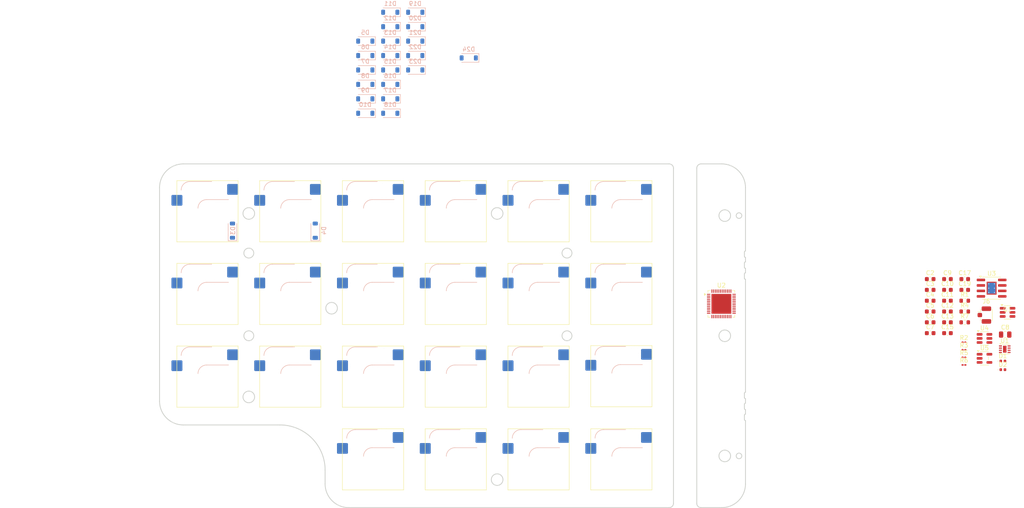
<source format=kicad_pcb>
(kicad_pcb (version 20241229) (generator "pcbnew") (generator_version "9.0")
  (layers (0 "F.Cu" signal) (4 "In1.Cu" signal) (6 "In2.Cu" signal) (2 "B.Cu" signal) (13 "F.Paste" user) (15 "B.Paste" user) (5 "F.SilkS" user "F.Silkscreen") (7 "B.SilkS" user "B.Silkscreen") (1 "F.Mask" user) (3 "B.Mask" user) (25 "Edge.Cuts" user))
  (net 0 "")
  (net 1 "Net-(U2-DEC4)")
  (net 2 "GND")
  (net 3 "Net-(U2-DEC3)")
  (net 4 "Net-(U2-DEC2)")
  (net 5 "Net-(U2-DEC1)")
  (net 6 "Net-(U2-P0.00{slash}XL1)")
  (net 7 "Net-(J1-Pin_2)")
  (net 8 "Net-(U4-CS)")
  (net 9 "+VBAT")
  (net 10 "VDD")
  (net 11 "Net-(U2-P0.01{slash}XL2)")
  (net 12 "Net-(U2-ANT)")
  (net 13 "Net-(U2-XC1)")
  (net 14 "Net-(U2-XC2)")
  (net 15 "+5V")
  (net 16 "Net-(D1-K)")
  (net 17 "Net-(D2-K)")
  (net 18 "/keyboard_pad_left/ROW1")
  (net 19 "Net-(D3-A)")
  (net 20 "Net-(D4-A)")
  (net 21 "/keyboard_pad_left/ROW2")
  (net 22 "Net-(D5-A)")
  (net 23 "Net-(D6-A)")
  (net 24 "Net-(D7-A)")
  (net 25 "Net-(D8-A)")
  (net 26 "Net-(D9-A)")
  (net 27 "Net-(D10-A)")
  (net 28 "Net-(D11-A)")
  (net 29 "Net-(D12-A)")
  (net 30 "/keyboard_pad_left/ROW3")
  (net 31 "Net-(D13-A)")
  (net 32 "Net-(D14-A)")
  (net 33 "Net-(D15-A)")
  (net 34 "Net-(D16-A)")
  (net 35 "Net-(D17-A)")
  (net 36 "Net-(D18-A)")
  (net 37 "/keyboard_pad_left/ROW4")
  (net 38 "Net-(D19-A)")
  (net 39 "Net-(D20-A)")
  (net 40 "Net-(D21-A)")
  (net 41 "Net-(D22-A)")
  (net 42 "Net-(D23-A)")
  (net 43 "Net-(D24-A)")
  (net 44 "Net-(J6-In)")
  (net 45 "Net-(Q1-PadS1)")
  (net 46 "Net-(U4-OD)")
  (net 47 "Net-(Q1-PadD1{slash}D2)")
  (net 48 "Net-(U4-OC)")
  (net 49 "Net-(U3-PROG)")
  (net 50 "Net-(U3-CHRG)")
  (net 51 "/ALRT_BAT")
  (net 52 "Net-(U3-STDBY)")
  (net 53 "Net-(U4-VCC)")
  (net 54 "Net-(U5-CE)")
  (net 55 "/keyboard_pad_left/COL1")
  (net 56 "/keyboard_pad_left/COL2")
  (net 57 "/keyboard_pad_left/COL3")
  (net 58 "/keyboard_pad_left/COL4")
  (net 59 "/keyboard_pad_left/COL5")
  (net 60 "/keyboard_pad_left/COL6")
  (net 61 "/SCL")
  (net 62 "/SDA")
  (net 63 "/P0.4_COL3")
  (net 64 "/P0.8_ROW1")
  (net 70 "/P0.6_COL5")
  (net 71 "/P0.10_ROW3")
  (net 72 "/P0.7_COL6")
  (net 74 "/P0.2_COL1")
  (net 75 "/RESET")
  (net 76 "/P0.11_ROW4")
  (net 77 "/SWDIO")
  (net 78 "Net-(U2-DCC)")
  (net 85 "/P0.5_COL4")
  (net 94 "/P0.3_COL2")
  (net 95 "/P0.9_ROW2")
  (net 96 "/SWDCLK")
  (footprint "Capacitor_SMD:C_0603_1608Metric" (layer "F.Cu") (at 225.65 65.75)
    (property "Reference" "C17" (at 0 -1.43 0) (layer "F.SilkS"))
    (property "Value" "12pF")
    (pad "1" smd roundrect (at -0.775 0) (size 0.9 0.95) (layers "F.Cu" "F.Mask" "F.Paste") (net 13 "Net-(U2-XC1)"))
    (pad "2" smd roundrect (at 0.775 0) (size 0.9 0.95) (layers "F.Cu" "F.Mask" "F.Paste") (net 2 "GND"))
  )
  (footprint "Package_TO_SOT_SMD:SOT-23-5" (layer "F.Cu") (at 230.23 84.15)
    (property "Reference" "U5" (at 0 -2.4 0) (layer "F.SilkS"))
    (property "Value" "XC6220B331MR")
    (pad "1" smd roundrect (at -1.1375 -0.95) (size 1.325 0.6) (layers "F.Cu" "F.Mask" "F.Paste") (net 9 "+VBAT"))
    (pad "2" smd roundrect (at -1.1375 0) (size 1.325 0.6) (layers "F.Cu" "F.Mask" "F.Paste") (net 2 "GND"))
    (pad "3" smd roundrect (at -1.1375 0.95) (size 1.325 0.6) (layers "F.Cu" "F.Mask" "F.Paste") (net 54 "Net-(U5-CE)"))
    (pad "4" smd roundrect (at 1.1375 0.95) (size 1.325 0.6) (layers "F.Cu" "F.Mask" "F.Paste"))
    (pad "5" smd roundrect (at 1.1375 -0.95) (size 1.325 0.6) (layers "F.Cu" "F.Mask" "F.Paste") (net 10 "VDD"))
  )
  (footprint "Package_SO:SOIC-8-1EP_3.9x4.9mm_P1.27mm_EP2.29x3mm_ThermalVias" (layer "F.Cu") (at 231.88 67.855)
    (property "Reference" "U3" (at 0 -3.4 0) (layer "F.SilkS"))
    (property "Value" "TP4056")
    (pad "1" smd roundrect (at -2.475 -1.905) (size 1.95 0.6) (layers "F.Cu" "F.Mask" "F.Paste") (net 2 "GND"))
    (pad "2" smd roundrect (at -2.475 -0.635) (size 1.95 0.6) (layers "F.Cu" "F.Mask" "F.Paste") (net 49 "Net-(U3-PROG)"))
    (pad "3" smd roundrect (at -2.475 0.635) (size 1.95 0.6) (layers "F.Cu" "F.Mask" "F.Paste") (net 2 "GND"))
    (pad "4" smd roundrect (at -2.475 1.905) (size 1.95 0.6) (layers "F.Cu" "F.Mask" "F.Paste") (net 15 "+5V"))
    (pad "5" smd roundrect (at 2.475 1.905) (size 1.95 0.6) (layers "F.Cu" "F.Mask" "F.Paste") (net 9 "+VBAT"))
    (pad "6" smd roundrect (at 2.475 0.635) (size 1.95 0.6) (layers "F.Cu" "F.Mask" "F.Paste") (net 52 "Net-(U3-STDBY)"))
    (pad "7" smd roundrect (at 2.475 -0.635) (size 1.95 0.6) (layers "F.Cu" "F.Mask" "F.Paste") (net 50 "Net-(U3-CHRG)"))
    (pad "8" smd roundrect (at 2.475 -1.905) (size 1.95 0.6) (layers "F.Cu" "F.Mask" "F.Paste") (net 15 "+5V"))
    (pad "9" thru_hole circle (at -0.65 -1) (size 0.5 0.5) (drill 0.2) (property pad_prop_heatsink) (layers "*.Cu") (net 2 "GND"))
    (pad "9" thru_hole circle (at -0.65 0) (size 0.5 0.5) (drill 0.2) (property pad_prop_heatsink) (layers "*.Cu") (net 2 "GND"))
    (pad "9" thru_hole circle (at -0.65 1) (size 0.5 0.5) (drill 0.2) (property pad_prop_heatsink) (layers "*.Cu") (net 2 "GND"))
    (pad "9" smd rect (at 0 0) (size 1.8 2.5) (property pad_prop_heatsink) (layers "B.Cu") (net 2 "GND"))
    (pad "9" smd rect (at 0 0) (size 2.29 3) (property pad_prop_heatsink) (layers "F.Cu" "F.Mask") (net 2 "GND"))
    (pad "9" thru_hole circle (at 0.65 -1) (size 0.5 0.5) (drill 0.2) (property pad_prop_heatsink) (layers "*.Cu") (net 2 "GND"))
    (pad "9" thru_hole circle (at 0.65 0) (size 0.5 0.5) (drill 0.2) (property pad_prop_heatsink) (layers "*.Cu") (net 2 "GND"))
    (pad "9" thru_hole circle (at 0.65 1) (size 0.5 0.5) (drill 0.2) (property pad_prop_heatsink) (layers "*.Cu") (net 2 "GND"))
  )
  (footprint "Capacitor_SMD:C_0603_1608Metric" (layer "F.Cu") (at 217.63 68.26)
    (property "Reference" "C3" (at 0 -1.43 0) (layer "F.SilkS"))
    (property "Value" "100pF")
    (pad "1" smd roundrect (at -0.775 0) (size 0.9 0.95) (layers "F.Cu" "F.Mask" "F.Paste") (net 3 "Net-(U2-DEC3)"))
    (pad "2" smd roundrect (at 0.775 0) (size 0.9 0.95) (layers "F.Cu" "F.Mask" "F.Paste") (net 2 "GND"))
  )
  (footprint "Capacitor_SMD:C_0603_1608Metric" (layer "F.Cu") (at 221.64 75.79)
    (property "Reference" "C13" (at 0 -1.43 0) (layer "F.SilkS"))
    (property "Value" "12pF")
    (pad "1" smd roundrect (at -0.775 0) (size 0.9 0.95) (layers "F.Cu" "F.Mask" "F.Paste") (net 11 "Net-(U2-P0.01{slash}XL2)"))
    (pad "2" smd roundrect (at 0.775 0) (size 0.9 0.95) (layers "F.Cu" "F.Mask" "F.Paste") (net 2 "GND"))
  )
  (footprint "Diode_SMD:D_0402_1005Metric" (layer "F.Cu") (at 234.495 86.78)
    (property "Reference" "D2" (at 0 -1.17 0) (layer "F.SilkS"))
    (property "Value" "GRN")
    (pad "1" smd roundrect (at -0.485 0) (size 0.59 0.64) (layers "F.Cu" "F.Mask" "F.Paste") (net 17 "Net-(D2-K)"))
    (pad "2" smd roundrect (at 0.485 0) (size 0.59 0.64) (layers "F.Cu" "F.Mask" "F.Paste") (net 15 "+5V"))
  )
  (footprint "Resistor_SMD:R_0201_0603Metric" (layer "F.Cu") (at 225.47 85.68)
    (property "Reference" "R6" (at 0 -1.05 0) (layer "F.SilkS"))
    (property "Value" "1K2")
    (pad "1" smd roundrect (at -0.32 0) (size 0.46 0.4) (layers "F.Cu" "F.Mask") (net 53 "Net-(U4-VCC)"))
    (pad "2" smd roundrect (at 0.32 0) (size 0.46 0.4) (layers "F.Cu" "F.Mask") (net 45 "Net-(Q1-PadS1)"))
  )
  (footprint "footprint_library_etsee101:MX_Switch_Hot_Swappable" (layer "F.Cu") (at 88.4 50)
    (property "Reference" "SW3" (hide yes))
    (property "Value" "~" (hide yes))
    (pad "" np_thru_hole circle (at -5.08 0) (size 1.75 1.75) (drill 1.75) (layers "*.Cu" "*.Mask"))
    (pad "" np_thru_hole circle (at -3.81 -2.54) (size 3.05 3.05) (drill 3.05) (layers "*.Cu" "*.Mask"))
    (pad "" np_thru_hole circle (at 0 0) (size 4 4) (drill 4) (layers "*.Cu" "*.Mask"))
    (pad "" np_thru_hole circle (at 2.54 -5.08) (size 3.05 3.05) (drill 3.05) (layers "*.Cu" "*.Mask"))
    (pad "" np_thru_hole circle (at 5.08 0) (size 1.75 1.75) (drill 1.75) (layers "*.Cu" "*.Mask"))
    (pad "1" smd roundrect (at -7.085 -2.54) (size 2.55 2.5) (layers "B.Cu" "B.Mask" "B.Paste") (roundrect_rratio 0.1) (net 57 "/keyboard_pad_left/COL3"))
    (pad "2" smd roundrect (at 5.842 -5.08) (size 2.55 2.5) (layers "B.Cu" "B.Mask" "B.Paste") (roundrect_rratio 0.1) (net 23 "Net-(D6-A)"))
  )
  (footprint "Capacitor_SMD:C_0603_1608Metric" (layer "F.Cu") (at 217.63 70.77)
    (property "Reference" "C4" (at 0 -1.43 0) (layer "F.SilkS"))
    (property "Value" "100pF")
    (pad "1" smd roundrect (at -0.775 0) (size 0.9 0.95) (layers "F.Cu" "F.Mask" "F.Paste") (net 4 "Net-(U2-DEC2)"))
    (pad "2" smd roundrect (at 0.775 0) (size 0.9 0.95) (layers "F.Cu" "F.Mask" "F.Paste") (net 2 "GND"))
  )
  (footprint "Resistor_SMD:R_0201_0603Metric" (layer "F.Cu") (at 225.47 83.93)
    (property "Reference" "R5" (at 0 -1.05 0) (layer "F.SilkS"))
    (property "Value" "1K2")
    (pad "1" smd roundrect (at -0.32 0) (size 0.46 0.4) (layers "F.Cu" "F.Mask") (net 17 "Net-(D2-K)"))
    (pad "2" smd roundrect (at 0.32 0) (size 0.46 0.4) (layers "F.Cu" "F.Mask") (net 52 "Net-(U3-STDBY)"))
  )
  (footprint "Capacitor_SMD:C_0603_1608Metric" (layer "F.Cu") (at 221.64 68.26)
    (property "Reference" "C10" (at 0 -1.43 0) (layer "F.SilkS"))
    (property "Value" "10n")
    (pad "1" smd roundrect (at -0.775 0) (size 0.9 0.95) (layers "F.Cu" "F.Mask" "F.Paste") (net 9 "+VBAT"))
    (pad "2" smd roundrect (at 0.775 0) (size 0.9 0.95) (layers "F.Cu" "F.Mask" "F.Paste") (net 2 "GND"))
  )
  (footprint "Package_DFN_QFN:QFN-48-1EP_6x6mm_P0.4mm_EP4.6x4.6mm" (layer "F.Cu") (at 169.2 71.5)
    (property "Reference" "U2" (at 0 -4.3 0) (layer "F.SilkS"))
    (property "Value" "nRF52832-QFxx")
    (pad "1" smd roundrect (at -2.95 -2.2) (size 0.8 0.2) (layers "F.Cu" "F.Mask" "F.Paste") (net 5 "Net-(U2-DEC1)"))
    (pad "2" smd roundrect (at -2.95 -1.8) (size 0.8 0.2) (layers "F.Cu" "F.Mask" "F.Paste") (net 6 "Net-(U2-P0.00{slash}XL1)"))
    (pad "3" smd roundrect (at -2.95 -1.4) (size 0.8 0.2) (layers "F.Cu" "F.Mask" "F.Paste") (net 11 "Net-(U2-P0.01{slash}XL2)"))
    (pad "4" smd roundrect (at -2.95 -1) (size 0.8 0.2) (layers "F.Cu" "F.Mask" "F.Paste") (net 74 "/P0.2_COL1"))
    (pad "5" smd roundrect (at -2.95 -0.6) (size 0.8 0.2) (layers "F.Cu" "F.Mask" "F.Paste") (net 94 "/P0.3_COL2"))
    (pad "6" smd roundrect (at -2.95 -0.2) (size 0.8 0.2) (layers "F.Cu" "F.Mask" "F.Paste") (net 63 "/P0.4_COL3"))
    (pad "7" smd roundrect (at -2.95 0.2) (size 0.8 0.2) (layers "F.Cu" "F.Mask" "F.Paste") (net 85 "/P0.5_COL4"))
    (pad "8" smd roundrect (at -2.95 0.6) (size 0.8 0.2) (layers "F.Cu" "F.Mask" "F.Paste") (net 70 "/P0.6_COL5"))
    (pad "9" smd roundrect (at -2.95 1) (size 0.8 0.2) (layers "F.Cu" "F.Mask" "F.Paste") (net 72 "/P0.7_COL6"))
    (pad "10" smd roundrect (at -2.95 1.4) (size 0.8 0.2) (layers "F.Cu" "F.Mask" "F.Paste") (net 64 "/P0.8_ROW1"))
    (pad "11" smd roundrect (at -2.95 1.8) (size 0.8 0.2) (layers "F.Cu" "F.Mask" "F.Paste") (net 95 "/P0.9_ROW2"))
    (pad "12" smd roundrect (at -2.95 2.2) (size 0.8 0.2) (layers "F.Cu" "F.Mask" "F.Paste") (net 71 "/P0.10_ROW3"))
    (pad "13" smd roundrect (at -2.2 2.95) (size 0.2 0.8) (layers "F.Cu" "F.Mask" "F.Paste") (net 10 "VDD"))
    (pad "14" smd roundrect (at -1.8 2.95) (size 0.2 0.8) (layers "F.Cu" "F.Mask" "F.Paste") (net 76 "/P0.11_ROW4"))
    (pad "15" smd roundrect (at -1.4 2.95) (size 0.2 0.8) (layers "F.Cu" "F.Mask" "F.Paste"))
    (pad "16" smd roundrect (at -1 2.95) (size 0.2 0.8) (layers "F.Cu" "F.Mask" "F.Paste"))
    (pad "17" smd roundrect (at -0.6 2.95) (size 0.2 0.8) (layers "F.Cu" "F.Mask" "F.Paste"))
    (pad "18" smd roundrect (at -0.2 2.95) (size 0.2 0.8) (layers "F.Cu" "F.Mask" "F.Paste"))
    (pad "19" smd roundrect (at 0.2 2.95) (size 0.2 0.8) (layers "F.Cu" "F.Mask" "F.Paste"))
    (pad "20" smd roundrect (at 0.6 2.95) (size 0.2 0.8) (layers "F.Cu" "F.Mask" "F.Paste"))
    (pad "21" smd roundrect (at 1 2.95) (size 0.2 0.8) (layers "F.Cu" "F.Mask" "F.Paste"))
    (pad "22" smd roundrect (at 1.4 2.95) (size 0.2 0.8) (layers "F.Cu" "F.Mask" "F.Paste"))
    (pad "23" smd roundrect (at 1.8 2.95) (size 0.2 0.8) (layers "F.Cu" "F.Mask" "F.Paste"))
    (pad "24" smd roundrect (at 2.2 2.95) (size 0.2 0.8) (layers "F.Cu" "F.Mask" "F.Paste") (net 75 "/RESET"))
    (pad "25" smd roundrect (at 2.95 2.2) (size 0.8 0.2) (layers "F.Cu" "F.Mask" "F.Paste") (net 96 "/SWDCLK"))
    (pad "26" smd roundrect (at 2.95 1.8) (size 0.8 0.2) (layers "F.Cu" "F.Mask" "F.Paste") (net 77 "/SWDIO"))
    (pad "27" smd roundrect (at 2.95 1.4) (size 0.8 0.2) (layers "F.Cu" "F.Mask" "F.Paste"))
    (pad "28" smd roundrect (at 2.95 1) (size 0.8 0.2) (layers "F.Cu" "F.Mask" "F.Paste"))
    (pad "29" smd roundrect (at 2.95 0.6) (size 0.8 0.2) (layers "F.Cu" "F.Mask" "F.Paste"))
    (pad "30" smd roundrect (at 2.95 0.2) (size 0.8 0.2) (layers "F.Cu" "F.Mask" "F.Paste") (net 12 "Net-(U2-ANT)"))
    (pad "31" smd roundrect (at 2.95 -0.2) (size 0.8 0.2) (layers "F.Cu" "F.Mask" "F.Paste") (net 2 "GND"))
    (pad "32" smd roundrect (at 2.95 -0.6) (size 0.8 0.2) (layers "F.Cu" "F.Mask" "F.Paste") (net 4 "Net-(U2-DEC2)"))
    (pad "33" smd roundrect (at 2.95 -1) (size 0.8 0.2) (layers "F.Cu" "F.Mask" "F.Paste") (net 3 "Net-(U2-DEC3)"))
    (pad "34" smd roundrect (at 2.95 -1.4) (size 0.8 0.2) (layers "F.Cu" "F.Mask" "F.Paste") (net 13 "Net-(U2-XC1)"))
    (pad "35" smd roundrect (at 2.95 -1.8) (size 0.8 0.2) (layers "F.Cu" "F.Mask" "F.Paste") (net 14 "Net-(U2-XC2)"))
    (pad "36" smd roundrect (at 2.95 -2.2) (size 0.8 0.2) (layers "F.Cu" "F.Mask" "F.Paste") (net 10 "VDD"))
    (pad "37" smd roundrect (at 2.2 -2.95) (size 0.2 0.8) (layers "F.Cu" "F.Mask" "F.Paste"))
    (pad "38" smd roundrect (at 1.8 -2.95) (size 0.2 0.8) (layers "F.Cu" "F.Mask" "F.Paste"))
    (pad "39" smd roundrect (at 1.4 -2.95) (size 0.2 0.8) (layers "F.Cu" "F.Mask" "F.Paste"))
    (pad "40" smd roundrect (at 1 -2.95) (size 0.2 0.8) (layers "F.Cu" "F.Mask" "F.Paste"))
    (pad "41" smd roundrect (at 0.6 -2.95) (size 0.2 0.8) (layers "F.Cu" "F.Mask" "F.Paste"))
    (pad "42" smd roundrect (at 0.2 -2.95) (size 0.2 0.8) (layers "F.Cu" "F.Mask" "F.Paste"))
    (pad "43" smd roundrect (at -0.2 -2.95) (size 0.2 0.8) (layers "F.Cu" "F.Mask" "F.Paste"))
    (pad "44" smd roundrect (at -0.6 -2.95) (size 0.2 0.8) (layers "F.Cu" "F.Mask" "F.Paste"))
    (pad "45" smd roundrect (at -1 -2.95) (size 0.2 0.8) (layers "F.Cu" "F.Mask" "F.Paste") (net 2 "GND"))
    (pad "46" smd roundrect (at -1.4 -2.95) (size 0.2 0.8) (layers "F.Cu" "F.Mask" "F.Paste") (net 1 "Net-(U2-DEC4)"))
    (pad "47" smd roundrect (at -1.8 -2.95) (size 0.2 0.8) (layers "F.Cu" "F.Mask" "F.Paste") (net 78 "Net-(U2-DCC)"))
    (pad "48" smd roundrect (at -2.2 -2.95) (size 0.2 0.8) (layers "F.Cu" "F.Mask" "F.Paste") (net 10 "VDD"))
    (pad "49" smd rect (at 0 0) (size 4.6 4.6) (property pad_prop_heatsink) (layers "F.Cu" "F.Mask") (net 2 "GND"))
  )
  (footprint "footprint_library_etsee101:MX_Switch_Hot_Swappable" (layer "F.Cu") (at 69.2 50)
    (property "Reference" "SW2" (hide yes))
    (property "Value" "~" (hide yes))
    (pad "" np_thru_hole circle (at -5.08 0) (size 1.75 1.75) (drill 1.75) (layers "*.Cu" "*.Mask"))
    (pad "" np_thru_hole circle (at -3.81 -2.54) (size 3.05 3.05) (drill 3.05) (layers "*.Cu" "*.Mask"))
    (pad "" np_thru_hole circle (at 0 0) (size 4 4) (drill 4) (layers "*.Cu" "*.Mask"))
    (pad "" np_thru_hole circle (at 2.54 -5.08) (size 3.05 3.05) (drill 3.05) (layers "*.Cu" "*.Mask"))
    (pad "" np_thru_hole circle (at 5.08 0) (size 1.75 1.75) (drill 1.75) (layers "*.Cu" "*.Mask"))
    (pad "1" smd roundrect (at -7.085 -2.54) (size 2.55 2.5) (layers "B.Cu" "B.Mask" "B.Paste") (roundrect_rratio 0.1) (net 56 "/keyboard_pad_left/COL2"))
    (pad "2" smd roundrect (at 5.842 -5.08) (size 2.55 2.5) (layers "B.Cu" "B.Mask" "B.Paste") (roundrect_rratio 0.1) (net 20 "Net-(D4-A)"))
  )
  (footprint "footprint_library_etsee101:MX_Switch_Hot_Swappable" (layer "F.Cu") (at 146 50)
    (property "Reference" "SW6" (hide yes))
    (property "Value" "~" (hide yes))
    (pad "" np_thru_hole circle (at -5.08 0) (size 1.75 1.75) (drill 1.75) (layers "*.Cu" "*.Mask"))
    (pad "" np_thru_hole circle (at -3.81 -2.54) (size 3.05 3.05) (drill 3.05) (layers "*.Cu" "*.Mask"))
    (pad "" np_thru_hole circle (at 0 0) (size 4 4) (drill 4) (layers "*.Cu" "*.Mask"))
    (pad "" np_thru_hole circle (at 2.54 -5.08) (size 3.05 3.05) (drill 3.05) (layers "*.Cu" "*.Mask"))
    (pad "" np_thru_hole circle (at 5.08 0) (size 1.75 1.75) (drill 1.75) (layers "*.Cu" "*.Mask"))
    (pad "1" smd roundrect (at -7.085 -2.54) (size 2.55 2.5) (layers "B.Cu" "B.Mask" "B.Paste") (roundrect_rratio 0.1) (net 60 "/keyboard_pad_left/COL6"))
    (pad "2" smd roundrect (at 5.842 -5.08) (size 2.55 2.5) (layers "B.Cu" "B.Mask" "B.Paste") (roundrect_rratio 0.1) (net 40 "Net-(D21-A)"))
  )
  (footprint "Capacitor_SMD:C_0603_1608Metric" (layer "F.Cu") (at 217.63 78.3)
    (property "Reference" "C7" (at 0 -1.43 0) (layer "F.SilkS"))
    (property "Value" "100n")
    (pad "1" smd roundrect (at -0.775 0) (size 0.9 0.95) (layers "F.Cu" "F.Mask" "F.Paste") (net 8 "Net-(U4-CS)"))
    (pad "2" smd roundrect (at 0.775 0) (size 0.9 0.95) (layers "F.Cu" "F.Mask" "F.Paste") (net 7 "Net-(J1-Pin_2)"))
  )
  (footprint "footprint_library_etsee101:MX_Switch_Hot_Swappable" (layer "F.Cu") (at 50 88.4)
    (property "Reference" "SW13" (hide yes))
    (property "Value" "~" (hide yes))
    (pad "" np_thru_hole circle (at -5.08 0) (size 1.75 1.75) (drill 1.75) (layers "*.Cu" "*.Mask"))
    (pad "" np_thru_hole circle (at -3.81 -2.54) (size 3.05 3.05) (drill 3.05) (layers "*.Cu" "*.Mask"))
    (pad "" np_thru_hole circle (at 0 0) (size 4 4) (drill 4) (layers "*.Cu" "*.Mask"))
    (pad "" np_thru_hole circle (at 2.54 -5.08) (size 3.05 3.05) (drill 3.05) (layers "*.Cu" "*.Mask"))
    (pad "" np_thru_hole circle (at 5.08 0) (size 1.75 1.75) (drill 1.75) (layers "*.Cu" "*.Mask"))
    (pad "1" smd roundrect (at -7.085 -2.54) (size 2.55 2.5) (layers "B.Cu" "B.Mask" "B.Paste") (roundrect_rratio 0.1) (net 55 "/keyboard_pad_left/COL1"))
    (pad "2" smd roundrect (at 5.842 -5.08) (size 2.55 2.5) (layers "B.Cu" "B.Mask" "B.Paste") (roundrect_rratio 0.1) (net 31 "Net-(D13-A)"))
  )
  (footprint "footprint_library_etsee101:MX_Switch_Hot_Swappable" (layer "F.Cu") (at 107.6 50)
    (property "Reference" "SW4" (hide yes))
    (property "Value" "~" (hide yes))
    (pad "" np_thru_hole circle (at -5.08 0) (size 1.75 1.75) (drill 1.75) (layers "*.Cu" "*.Mask"))
    (pad "" np_thru_hole circle (at -3.81 -2.54) (size 3.05 3.05) (drill 3.05) (layers "*.Cu" "*.Mask"))
    (pad "" np_thru_hole circle (at 0 0) (size 4 4) (drill 4) (layers "*.Cu" "*.Mask"))
    (pad "" np_thru_hole circle (at 2.54 -5.08) (size 3.05 3.05) (drill 3.05) (layers "*.Cu" "*.Mask"))
    (pad "" np_thru_hole circle (at 5.08 0) (size 1.75 1.75) (drill 1.75) (layers "*.Cu" "*.Mask"))
    (pad "1" smd roundrect (at -7.085 -2.54) (size 2.55 2.5) (layers "B.Cu" "B.Mask" "B.Paste") (roundrect_rratio 0.1) (net 58 "/keyboard_pad_left/COL4"))
    (pad "2" smd roundrect (at 5.842 -5.08) (size 2.55 2.5) (layers "B.Cu" "B.Mask" "B.Paste") (roundrect_rratio 0.1) (net 24 "Net-(D7-A)"))
  )
  (footprint "Capacitor_SMD:C_0603_1608Metric" (layer "F.Cu") (at 225.65 68.26)
    (property "Reference" "C19" (at 0 -1.43 0) (layer "F.SilkS"))
    (property "Value" "12pF")
    (pad "1" smd roundrect (at -0.775 0) (size 0.9 0.95) (layers "F.Cu" "F.Mask" "F.Paste") (net 14 "Net-(U2-XC2)"))
    (pad "2" smd roundrect (at 0.775 0) (size 0.9 0.95) (layers "F.Cu" "F.Mask" "F.Paste") (net 2 "GND"))
  )
  (footprint "Resistor_SMD:R_0603_1608Metric" (layer "F.Cu") (at 225.65 75.79)
    (property "Reference" "R7" (at 0 -1.43 0) (layer "F.SilkS"))
    (property "Value" "10K")
    (pad "1" smd roundrect (at -0.825 0) (size 0.8 0.95) (layers "F.Cu" "F.Mask" "F.Paste") (net 54 "Net-(U5-CE)"))
    (pad "2" smd roundrect (at 0.825 0) (size 0.8 0.95) (layers "F.Cu" "F.Mask" "F.Paste") (net 9 "+VBAT"))
  )
  (footprint "footprint_library_etsee101:MX_Switch_Hot_Swappable" (layer "F.Cu") (at 107.6 107.6)
    (property "Reference" "SW20" (hide yes))
    (property "Value" "~" (hide yes))
    (pad "" np_thru_hole circle (at -5.08 0) (size 1.75 1.75) (drill 1.75) (layers "*.Cu" "*.Mask"))
    (pad "" np_thru_hole circle (at -3.81 -2.54) (size 3.05 3.05) (drill 3.05) (layers "*.Cu" "*.Mask"))
    (pad "" np_thru_hole circle (at 0 0) (size 4 4) (drill 4) (layers "*.Cu" "*.Mask"))
    (pad "" np_thru_hole circle (at 2.54 -5.08) (size 3.05 3.05) (drill 3.05) (layers "*.Cu" "*.Mask"))
    (pad "" np_thru_hole circle (at 5.08 0) (size 1.75 1.75) (drill 1.75) (layers "*.Cu" "*.Mask"))
    (pad "1" smd roundrect (at -7.085 -2.54) (size 2.55 2.5) (layers "B.Cu" "B.Mask" "B.Paste") (roundrect_rratio 0.1) (net 58 "/keyboard_pad_left/COL4"))
    (pad "2" smd roundrect (at 5.842 -5.08) (size 2.55 2.5) (layers "B.Cu" "B.Mask" "B.Paste") (roundrect_rratio 0.1) (net 38 "Net-(D19-A)"))
  )
  (footprint "Capacitor_SMD:C_0603_1608Metric" (layer "F.Cu") (at 221.64 78.3)
    (property "Reference" "C15" (at 0 -1.43 0) (layer "F.SilkS"))
    (property "Value" "1pF")
    (pad "1" smd roundrect (at -0.775 0) (size 0.9 0.95) (layers "F.Cu" "F.Mask" "F.Paste") (net 12 "Net-(U2-ANT)"))
    (pad "2" smd roundrect (at 0.775 0) (size 0.9 0.95) (layers "F.Cu" "F.Mask" "F.Paste") (net 2 "GND"))
  )
  (footprint "Resistor_SMD:R_0201_0603Metric" (layer "F.Cu") (at 225.47 80.43)
    (property "Reference" "R2" (at 0 -1.05 0) (layer "F.SilkS"))
    (property "Value" "1K2")
    (pad "1" smd roundrect (at -0.32 0) (size 0.46 0.4) (layers "F.Cu" "F.Mask") (net 49 "Net-(U3-PROG)"))
    (pad "2" smd roundrect (at 0.32 0) (size 0.46 0.4) (layers "F.Cu" "F.Mask") (net 2 "GND"))
  )
  (footprint "footprint_library_etsee101:MX_Switch_Hot_Swappable" (layer "F.Cu") (at 146 69.2)
    (property "Reference" "SW12" (hide yes))
    (property "Value" "~" (hide yes))
    (pad "" np_thru_hole circle (at -5.08 0) (size 1.75 1.75) (drill 1.75) (layers "*.Cu" "*.Mask"))
    (pad "" np_thru_hole circle (at -3.81 -2.54) (size 3.05 3.05) (drill 3.05) (layers "*.Cu" "*.Mask"))
    (pad "" np_thru_hole circle (at 0 0) (size 4 4) (drill 4) (layers "*.Cu" "*.Mask"))
    (pad "" np_thru_hole circle (at 2.54 -5.08) (size 3.05 3.05) (drill 3.05) (layers "*.Cu" "*.Mask"))
    (pad "" np_thru_hole circle (at 5.08 0) (size 1.75 1.75) (drill 1.75) (layers "*.Cu" "*.Mask"))
    (pad "1" smd roundrect (at -7.085 -2.54) (size 2.55 2.5) (layers "B.Cu" "B.Mask" "B.Paste") (roundrect_rratio 0.1) (net 60 "/keyboard_pad_left/COL6"))
    (pad "2" smd roundrect (at 5.842 -5.08) (size 2.55 2.5) (layers "B.Cu" "B.Mask" "B.Paste") (roundrect_rratio 0.1) (net 41 "Net-(D22-A)"))
  )
  (footprint "Capacitor_SMD:C_0603_1608Metric" (layer "F.Cu") (at 221.64 65.75)
    (property "Reference" "C9" (at 0 -1.43 0) (layer "F.SilkS"))
    (property "Value" "1u")
    (pad "1" smd roundrect (at -0.775 0) (size 0.9 0.95) (layers "F.Cu" "F.Mask" "F.Paste") (net 9 "+VBAT"))
    (pad "2" smd roundrect (at 0.775 0) (size 0.9 0.95) (layers "F.Cu" "F.Mask" "F.Paste") (net 2 "GND"))
  )
  (footprint "footprint_library_etsee101:MX_Switch_Hot_Swappable" (layer "F.Cu") (at 69.2 88.4)
    (property "Reference" "SW14" (hide yes))
    (property "Value" "~" (hide yes))
    (pad "" np_thru_hole circle (at -5.08 0) (size 1.75 1.75) (drill 1.75) (layers "*.Cu" "*.Mask"))
    (pad "" np_thru_hole circle (at -3.81 -2.54) (size 3.05 3.05) (drill 3.05) (layers "*.Cu" "*.Mask"))
    (pad "" np_thru_hole circle (at 0 0) (size 4 4) (drill 4) (layers "*.Cu" "*.Mask"))
    (pad "" np_thru_hole circle (at 2.54 -5.08) (size 3.05 3.05) (drill 3.05) (layers "*.Cu" "*.Mask"))
    (pad "" np_thru_hole circle (at 5.08 0) (size 1.75 1.75) (drill 1.75) (layers "*.Cu" "*.Mask"))
    (pad "1" smd roundrect (at -7.085 -2.54) (size 2.55 2.5) (layers "B.Cu" "B.Mask" "B.Paste") (roundrect_rratio 0.1) (net 56 "/keyboard_pad_left/COL2"))
    (pad "2" smd roundrect (at 5.842 -5.08) (size 2.55 2.5) (layers "B.Cu" "B.Mask" "B.Paste") (roundrect_rratio 0.1) (net 32 "Net-(D14-A)"))
  )
  (footprint "Capacitor_SMD:C_0603_1608Metric" (layer "F.Cu") (at 217.63 75.79)
    (property "Reference" "C6" (at 0 -1.43 0) (layer "F.SilkS"))
    (property "Value" "12pF")
    (pad "1" smd roundrect (at -0.775 0) (size 0.9 0.95) (layers "F.Cu" "F.Mask" "F.Paste") (net 6 "Net-(U2-P0.00{slash}XL1)"))
    (pad "2" smd roundrect (at 0.775 0) (size 0.9 0.95) (layers "F.Cu" "F.Mask" "F.Paste") (net 2 "GND"))
  )
  (footprint "Package_TO_SOT_SMD:SOT-23-6" (layer "F.Cu") (at 230.23 79.525)
    (property "Reference" "U4" (at 0 -2.4 0) (layer "F.SilkS"))
    (property "Value" "DW01")
    (pad "1" smd roundrect (at -1.1375 -0.95) (size 1.325 0.6) (layers "F.Cu" "F.Mask" "F.Paste") (net 46 "Net-(U4-OD)"))
    (pad "2" smd roundrect (at -1.1375 0) (size 1.325 0.6) (layers "F.Cu" "F.Mask" "F.Paste") (net 8 "Net-(U4-CS)"))
    (pad "3" smd roundrect (at -1.1375 0.95) (size 1.325 0.6) (layers "F.Cu" "F.Mask" "F.Paste") (net 48 "Net-(U4-OC)"))
    (pad "4" smd roundrect (at 1.1375 0.95) (size 1.325 0.6) (layers "F.Cu" "F.Mask" "F.Paste") (net 7 "Net-(J1-Pin_2)"))
    (pad "5" smd roundrect (at 1.1375 0) (size 1.325 0.6) (layers "F.Cu" "F.Mask" "F.Paste") (net 53 "Net-(U4-VCC)"))
    (pad "6" smd roundrect (at 1.1375 -0.95) (size 1.325 0.6) (layers "F.Cu" "F.Mask" "F.Paste"))
  )
  (footprint "footprint_library_etsee101:MX_Switch_Hot_Swappable" (layer "F.Cu") (at 50 50)
    (property "Reference" "SW1" (hide yes))
    (property "Value" "~" (hide yes))
    (pad "" np_thru_hole circle (at -5.08 0) (size 1.75 1.75) (drill 1.75) (layers "*.Cu" "*.Mask"))
    (pad "" np_thru_hole circle (at -3.81 -2.54) (size 3.05 3.05) (drill 3.05) (layers "*.Cu" "*.Mask"))
    (pad "" np_thru_hole circle (at 0 0) (size 4 4) (drill 4) (layers "*.Cu" "*.Mask"))
    (pad "" np_thru_hole circle (at 2.54 -5.08) (size 3.05 3.05) (drill 3.05) (layers "*.Cu" "*.Mask"))
    (pad "" np_thru_hole circle (at 5.08 0) (size 1.75 1.75) (drill 1.75) (layers "*.Cu" "*.Mask"))
    (pad "1" smd roundrect (at -7.085 -2.54) (size 2.55 2.5) (layers "B.Cu" "B.Mask" "B.Paste") (roundrect_rratio 0.1) (net 55 "/keyboard_pad_left/COL1"))
    (pad "2" smd roundrect (at 5.842 -5.08) (size 2.55 2.5) (layers "B.Cu" "B.Mask" "B.Paste") (roundrect_rratio 0.1) (net 19 "Net-(D3-A)"))
  )
  (footprint "footprint_library_etsee101:MX_Switch_Hot_Swappable" (layer "F.Cu") (at 107.6 88.4)
    (property "Reference" "SW16" (hide yes))
    (property "Value" "~" (hide yes))
    (pad "" np_thru_hole circle (at -5.08 0) (size 1.75 1.75) (drill 1.75) (layers "*.Cu" "*.Mask"))
    (pad "" np_thru_hole circle (at -3.81 -2.54) (size 3.05 3.05) (drill 3.05) (layers "*.Cu" "*.Mask"))
    (pad "" np_thru_hole circle (at 0 0) (size 4 4) (drill 4) (layers "*.Cu" "*.Mask"))
    (pad "" np_thru_hole circle (at 2.54 -5.08) (size 3.05 3.05) (drill 3.05) (layers "*.Cu" "*.Mask"))
    (pad "" np_thru_hole circle (at 5.08 0) (size 1.75 1.75) (drill 1.75) (layers "*.Cu" "*.Mask"))
    (pad "1" smd roundrect (at -7.085 -2.54) (size 2.55 2.5) (layers "B.Cu" "B.Mask" "B.Paste") (roundrect_rratio 0.1) (net 58 "/keyboard_pad_left/COL4"))
    (pad "2" smd roundrect (at 5.842 -5.08) (size 2.55 2.5) (layers "B.Cu" "B.Mask" "B.Paste") (roundrect_rratio 0.1) (net 34 "Net-(D16-A)"))
  )
  (footprint "Resistor_SMD:R_0201_0603Metric" (layer "F.Cu") (at 225.47 82.18)
    (property "Reference" "R3" (at 0 -1.05 0) (layer "F.SilkS"))
    (property "Value" "1K2")
    (pad "1" smd roundrect (at -0.32 0) (size 0.46 0.4) (layers "F.Cu" "F.Mask") (net 16 "Net-(D1-K)"))
    (pad "2" smd roundrect (at 0.32 0) (size 0.46 0.4) (layers "F.Cu" "F.Mask") (net 50 "Net-(U3-CHRG)"))
  )
  (footprint "footprint_library_etsee101:MX_Switch_Hot_Swappable" (layer "F.Cu") (at 69.2 69.2)
    (property "Reference" "SW8" (hide yes))
    (property "Value" "~" (hide yes))
    (pad "" np_thru_hole circle (at -5.08 0) (size 1.75 1.75) (drill 1.75) (layers "*.Cu" "*.Mask"))
    (pad "" np_thru_hole circle (at -3.81 -2.54) (size 3.05 3.05) (drill 3.05) (layers "*.Cu" "*.Mask"))
    (pad "" np_thru_hole circle (at 0 0) (size 4 4) (drill 4) (layers "*.Cu" "*.Mask"))
    (pad "" np_thru_hole circle (at 2.54 -5.08) (size 3.05 3.05) (drill 3.05) (layers "*.Cu" "*.Mask"))
    (pad "" np_thru_hole circle (at 5.08 0) (size 1.75 1.75) (drill 1.75) (layers "*.Cu" "*.Mask"))
    (pad "1" smd roundrect (at -7.085 -2.54) (size 2.55 2.5) (layers "B.Cu" "B.Mask" "B.Paste") (roundrect_rratio 0.1) (net 56 "/keyboard_pad_left/COL2"))
    (pad "2" smd roundrect (at 5.842 -5.08) (size 2.55 2.5) (layers "B.Cu" "B.Mask" "B.Paste") (roundrect_rratio 0.1) (net 26 "Net-(D9-A)"))
  )
  (footprint "Capacitor_SMD:C_0805_2012Metric" (layer "F.Cu") (at 235.03 78.63)
    (property "Reference" "C8" (at 0 -1.68 0) (layer "F.SilkS"))
    (property "Value" "10u")
    (pad "1" smd roundrect (at -0.95 0) (size 1 1.45) (layers "F.Cu" "F.Mask" "F.Paste") (net 9 "+VBAT"))
    (pad "2" smd roundrect (at 0.95 0) (size 1 1.45) (layers "F.Cu" "F.Mask" "F.Paste") (net 2 "GND"))
  )
  (footprint "footprint_library_etsee101:MX_Switch_Hot_Swappable" (layer "F.Cu") (at 107.6 69.2)
    (property "Reference" "SW10" (hide yes))
    (property "Value" "~" (hide yes))
    (pad "" np_thru_hole circle (at -5.08 0) (size 1.75 1.75) (drill 1.75) (layers "*.Cu" "*.Mask"))
    (pad "" np_thru_hole circle (at -3.81 -2.54) (size 3.05 3.05) (drill 3.05) (layers "*.Cu" "*.Mask"))
    (pad "" np_thru_hole circle (at 0 0) (size 4 4) (drill 4) (layers "*.Cu" "*.Mask"))
    (pad "" np_thru_hole circle (at 2.54 -5.08) (size 3.05 3.05) (drill 3.05) (layers "*.Cu" "*.Mask"))
    (pad "" np_thru_hole circle (at 5.08 0) (size 1.75 1.75) (drill 1.75) (layers "*.Cu" "*.Mask"))
    (pad "1" smd roundrect (at -7.085 -2.54) (size 2.55 2.5) (layers "B.Cu" "B.Mask" "B.Paste") (roundrect_rratio 0.1) (net 58 "/keyboard_pad_left/COL4"))
    (pad "2" smd roundrect (at 5.842 -5.08) (size 2.55 2.5) (layers "B.Cu" "B.Mask" "B.Paste") (roundrect_rratio 0.1) (net 28 "Net-(D11-A)"))
  )
  (footprint "footprint_library_etsee101:MX_Switch_Hot_Swappable" (layer "F.Cu") (at 88.4 69.2)
    (property "Reference" "SW9" (hide yes))
    (property "Value" "~" (hide yes))
    (pad "" np_thru_hole circle (at -5.08 0) (size 1.75 1.75) (drill 1.75) (layers "*.Cu" "*.Mask"))
    (pad "" np_thru_hole circle (at -3.81 -2.54) (size 3.05 3.05) (drill 3.05) (layers "*.Cu" "*.Mask"))
    (pad "" np_thru_hole circle (at 0 0) (size 4 4) (drill 4) (layers "*.Cu" "*.Mask"))
    (pad "" np_thru_hole circle (at 2.54 -5.08) (size 3.05 3.05) (drill 3.05) (layers "*.Cu" "*.Mask"))
    (pad "" np_thru_hole circle (at 5.08 0) (size 1.75 1.75) (drill 1.75) (layers "*.Cu" "*.Mask"))
    (pad "1" smd roundrect (at -7.085 -2.54) (size 2.55 2.5) (layers "B.Cu" "B.Mask" "B.Paste") (roundrect_rratio 0.1) (net 57 "/keyboard_pad_left/COL3"))
    (pad "2" smd roundrect (at 5.842 -5.08) (size 2.55 2.5) (layers "B.Cu" "B.Mask" "B.Paste") (roundrect_rratio 0.1) (net 27 "Net-(D10-A)"))
  )
  (footprint "footprint_library_etsee101:MX_Switch_Hot_Swappable" (layer "F.Cu") (at 126.8 107.6)
    (property "Reference" "SW21" (hide yes))
    (property "Value" "~" (hide yes))
    (pad "" np_thru_hole circle (at -5.08 0) (size 1.75 1.75) (drill 1.75) (layers "*.Cu" "*.Mask"))
    (pad "" np_thru_hole circle (at -3.81 -2.54) (size 3.05 3.05) (drill 3.05) (layers "*.Cu" "*.Mask"))
    (pad "" np_thru_hole circle (at 0 0) (size 4 4) (drill 4) (layers "*.Cu" "*.Mask"))
    (pad "" np_thru_hole circle (at 2.54 -5.08) (size 3.05 3.05) (drill 3.05) (layers "*.Cu" "*.Mask"))
    (pad "" np_thru_hole circle (at 5.08 0) (size 1.75 1.75) (drill 1.75) (layers "*.Cu" "*.Mask"))
    (pad "1" smd roundrect (at -7.085 -2.54) (size 2.55 2.5) (layers "B.Cu" "B.Mask" "B.Paste") (roundrect_rratio 0.1) (net 59 "/keyboard_pad_left/COL5"))
    (pad "2" smd roundrect (at 5.842 -5.08) (size 2.55 2.5) (layers "B.Cu" "B.Mask" "B.Paste") (roundrect_rratio 0.1) (net 39 "Net-(D20-A)"))
  )
  (footprint "footprint_library_etsee101:MX_Switch_Hot_Swappable" (layer "F.Cu") (at 88.4 107.6)
    (property "Reference" "SW19" (hide yes))
    (property "Value" "~" (hide yes))
    (pad "" np_thru_hole circle (at -5.08 0) (size 1.75 1.75) (drill 1.75) (layers "*.Cu" "*.Mask"))
    (pad "" np_thru_hole circle (at -3.81 -2.54) (size 3.05 3.05) (drill 3.05) (layers "*.Cu" "*.Mask"))
    (pad "" np_thru_hole circle (at 0 0) (size 4 4) (drill 4) (layers "*.Cu" "*.Mask"))
    (pad "" np_thru_hole circle (at 2.54 -5.08) (size 3.05 3.05) (drill 3.05) (layers "*.Cu" "*.Mask"))
    (pad "" np_thru_hole circle (at 5.08 0) (size 1.75 1.75) (drill 1.75) (layers "*.Cu" "*.Mask"))
    (pad "1" smd roundrect (at -7.085 -2.54) (size 2.55 2.5) (layers "B.Cu" "B.Mask" "B.Paste") (roundrect_rratio 0.1) (net 57 "/keyboard_pad_left/COL3"))
    (pad "2" smd roundrect (at 5.842 -5.08) (size 2.55 2.5) (layers "B.Cu" "B.Mask" "B.Paste") (roundrect_rratio 0.1) (net 36 "Net-(D18-A)"))
  )
  (footprint "footprint_library_etsee101:MX_Switch_Hot_Swappable" (layer "F.Cu") (at 146 88.3)
    (property "Reference" "SW18" (hide yes))
    (property "Value" "~" (hide yes))
    (pad "" np_thru_hole circle (at -5.08 0) (size 1.75 1.75) (drill 1.75) (layers "*.Cu" "*.Mask"))
    (pad "" np_thru_hole circle (at -3.81 -2.54) (size 3.05 3.05) (drill 3.05) (layers "*.Cu" "*.Mask"))
    (pad "" np_thru_hole circle (at 0 0) (size 4 4) (drill 4) (layers "*.Cu" "*.Mask"))
    (pad "" np_thru_hole circle (at 2.54 -5.08) (size 3.05 3.05) (drill 3.05) (layers "*.Cu" "*.Mask"))
    (pad "" np_thru_hole circle (at 5.08 0) (size 1.75 1.75) (drill 1.75) (layers "*.Cu" "*.Mask"))
    (pad "1" smd roundrect (at -7.085 -2.54) (size 2.55 2.5) (layers "B.Cu" "B.Mask" "B.Paste") (roundrect_rratio 0.1) (net 60 "/keyboard_pad_left/COL6"))
    (pad "2" smd roundrect (at 5.842 -5.08) (size 2.55 2.5) (layers "B.Cu" "B.Mask" "B.Paste") (roundrect_rratio 0.1) (net 42 "Net-(D23-A)"))
  )
  (footprint "Capacitor_SMD:C_0603_1608Metric" (layer "F.Cu") (at 217.63 73.28)
    (property "Reference" "C5" (at 0 -1.43 0) (layer "F.SilkS"))
    (property "Value" "100nF")
    (pad "1" smd roundrect (at -0.775 0) (size 0.9 0.95) (layers "F.Cu" "F.Mask" "F.Paste") (net 5 "Net-(U2-DEC1)"))
    (pad "2" smd roundrect (at 0.775 0) (size 0.9 0.95) (layers "F.Cu" "F.Mask" "F.Paste") (net 2 "GND"))
  )
  (footprint "footprint_library_etsee101:MX_Switch_Hot_Swappable" (layer "F.Cu") (at 50 69.2)
    (property "Reference" "SW7" (hide yes))
    (property "Value" "~" (hide yes))
    (pad "" np_thru_hole circle (at -5.08 0) (size 1.75 1.75) (drill 1.75) (layers "*.Cu" "*.Mask"))
    (pad "" np_thru_hole circle (at -3.81 -2.54) (size 3.05 3.05) (drill 3.05) (layers "*.Cu" "*.Mask"))
    (pad "" np_thru_hole circle (at 0 0) (size 4 4) (drill 4) (layers "*.Cu" "*.Mask"))
    (pad "" np_thru_hole circle (at 2.54 -5.08) (size 3.05 3.05) (drill 3.05) (layers "*.Cu" "*.Mask"))
    (pad "" np_thru_hole circle (at 5.08 0) (size 1.75 1.75) (drill 1.75) (layers "*.Cu" "*.Mask"))
    (pad "1" smd roundrect (at -7.085 -2.54) (size 2.55 2.5) (layers "B.Cu" "B.Mask" "B.Paste") (roundrect_rratio 0.1) (net 55 "/keyboard_pad_left/COL1"))
    (pad "2" smd roundrect (at 5.842 -5.08) (size 2.55 2.5) (layers "B.Cu" "B.Mask" "B.Paste") (roundrect_rratio 0.1) (net 22 "Net-(D5-A)"))
  )
  (footprint "Capacitor_SMD:C_0603_1608Metric" (layer "F.Cu") (at 217.63 65.75)
    (property "Reference" "C2" (at 0 -1.43 0) (layer "F.SilkS"))
    (property "Value" "1uF")
    (pad "1" smd roundrect (at -0.775 0) (size 0.9 0.95) (layers "F.Cu" "F.Mask" "F.Paste") (net 1 "Net-(U2-DEC4)"))
    (pad "2" smd roundrect (at 0.775 0) (size 0.9 0.95) (layers "F.Cu" "F.Mask" "F.Paste") (net 2 "GND"))
  )
  (footprint "footprint_library_etsee101:MX_Switch_Hot_Swappable" (layer "F.Cu") (at 146 107.6)
    (property "Reference" "SW22" (hide yes))
    (property "Value" "~" (hide yes))
    (pad "" np_thru_hole circle (at -5.08 0) (size 1.75 1.75) (drill 1.75) (layers "*.Cu" "*.Mask"))
    (pad "" np_thru_hole circle (at -3.81 -2.54) (size 3.05 3.05) (drill 3.05) (layers "*.Cu" "*.Mask"))
    (pad "" np_thru_hole circle (at 0 0) (size 4 4) (drill 4) (layers "*.Cu" "*.Mask"))
    (pad "" np_thru_hole circle (at 2.54 -5.08) (size 3.05 3.05) (drill 3.05) (layers "*.Cu" "*.Mask"))
    (pad "" np_thru_hole circle (at 5.08 0) (size 1.75 1.75) (drill 1.75) (layers "*.Cu" "*.Mask"))
    (pad "1" smd roundrect (at -7.085 -2.54) (size 2.55 2.5) (layers "B.Cu" "B.Mask" "B.Paste") (roundrect_rratio 0.1) (net 60 "/keyboard_pad_left/COL6"))
    (pad "2" smd roundrect (at 5.842 -5.08) (size 2.55 2.5) (layers "B.Cu" "B.Mask" "B.Paste") (roundrect_rratio 0.1) (net 43 "Net-(D24-A)"))
  )
  (footprint "Resistor_SMD:R_0603_1608Metric" (layer "F.Cu") (at 225.65 70.77)
    (property "Reference" "R1" (at 0 -1.43 0) (layer "F.SilkS"))
    (property "Value" "100")
    (pad "1" smd roundrect (at -0.825 0) (size 0.8 0.95) (layers "F.Cu" "F.Mask" "F.Paste") (net 8 "Net-(U4-CS)"))
    (pad "2" smd roundrect (at 0.825 0) (size 0.8 0.95) (layers "F.Cu" "F.Mask" "F.Paste") (net 9 "+VBAT"))
  )
  (footprint "Capacitor_SMD:C_0603_1608Metric" (layer "F.Cu") (at 221.64 70.77)
    (property "Reference" "C11" (at 0 -1.43 0) (layer "F.SilkS"))
    (property "Value" "10u")
    (pad "1" smd roundrect (at -0.775 0) (size 0.9 0.95) (layers "F.Cu" "F.Mask" "F.Paste") (net 10 "VDD"))
    (pad "2" smd roundrect (at 0.775 0) (size 0.9 0.95) (layers "F.Cu" "F.Mask" "F.Paste") (net 2 "GND"))
  )
  (footprint "footprint_library_etsee101:MX_Switch_Hot_Swappable" (layer "F.Cu") (at 126.8 50)
    (property "Reference" "SW5" (hide yes))
    (property "Value" "~" (hide yes))
    (pad "" np_thru_hole circle (at -5.08 0) (size 1.75 1.75) (drill 1.75) (layers "*.Cu" "*.Mask"))
    (pad "" np_thru_hole circle (at -3.81 -2.54) (size 3.05 3.05) (drill 3.05) (layers "*.Cu" "*.Mask"))
    (pad "" np_thru_hole circle (at 0 0) (size 4 4) (drill 4) (layers "*.Cu" "*.Mask"))
    (pad "" np_thru_hole circle (at 2.54 -5.08) (size 3.05 3.05) (drill 3.05) (layers "*.Cu" "*.Mask"))
    (pad "" np_thru_hole circle (at 5.08 0) (size 1.75 1.75) (drill 1.75) (layers "*.Cu" "*.Mask"))
    (pad "1" smd roundrect (at -7.085 -2.54) (size 2.55 2.5) (layers "B.Cu" "B.Mask" "B.Paste") (roundrect_rratio 0.1) (net 59 "/keyboard_pad_left/COL5"))
    (pad "2" smd roundrect (at 5.842 -5.08) (size 2.55 2.5) (layers "B.Cu" "B.Mask" "B.Paste") (roundrect_rratio 0.1) (net 25 "Net-(D8-A)"))
  )
  (footprint "Resistor_SMD:R_0603_1608Metric" (layer "F.Cu") (at 225.65 73.28)
    (property "Reference" "R4" (at 0 -1.43 0) (layer "F.SilkS"))
    (property "Value" "10K")
    (pad "1" smd roundrect (at -0.825 0) (size 0.8 0.95) (layers "F.Cu" "F.Mask" "F.Paste") (net 10 "VDD"))
    (pad "2" smd roundrect (at 0.825 0) (size 0.8 0.95) (layers "F.Cu" "F.Mask" "F.Paste") (net 51 "/ALRT_BAT"))
  )
  (footprint "footprint_library_etsee101:MX_Switch_Hot_Swappable" (layer "F.Cu") (at 126.8 88.4)
    (property "Reference" "SW17" (hide yes))
    (property "Value" "~" (hide yes))
    (pad "" np_thru_hole circle (at -5.08 0) (size 1.75 1.75) (drill 1.75) (layers "*.Cu" "*.Mask"))
    (pad "" np_thru_hole circle (at -3.81 -2.54) (size 3.05 3.05) (drill 3.05) (layers "*.Cu" "*.Mask"))
    (pad "" np_thru_hole circle (at 0 0) (size 4 4) (drill 4) (layers "*.Cu" "*.Mask"))
    (pad "" np_thru_hole circle (at 2.54 -5.08) (size 3.05 3.05) (drill 3.05) (layers "*.Cu" "*.Mask"))
    (pad "" np_thru_hole circle (at 5.08 0) (size 1.75 1.75) (drill 1.75) (layers "*.Cu" "*.Mask"))
    (pad "1" smd roundrect (at -7.085 -2.54) (size 2.55 2.5) (layers "B.Cu" "B.Mask" "B.Paste") (roundrect_rratio 0.1) (net 59 "/keyboard_pad_left/COL5"))
    (pad "2" smd roundrect (at 5.842 -5.08) (size 2.55 2.5) (layers "B.Cu" "B.Mask" "B.Paste") (roundrect_rratio 0.1) (net 35 "Net-(D17-A)"))
  )
  (footprint "Package_DFN_QFN:DFN-8-1EP_2x2mm_P0.5mm_EP0.8x1.6mm" (layer "F.Cu") (at 234.93 82.025)
    (property "Reference" "U1" (at 0 -1.95 0) (layer "F.SilkS"))
    (property "Value" "MAX17048G")
    (pad "1" smd roundrect (at -1 -0.75) (size 0.7 0.25) (layers "F.Cu" "F.Mask" "F.Paste") (net 2 "GND"))
    (pad "2" smd roundrect (at -1 -0.25) (size 0.7 0.25) (layers "F.Cu" "F.Mask" "F.Paste") (net 9 "+VBAT"))
    (pad "3" smd roundrect (at -1 0.25) (size 0.7 0.25) (layers "F.Cu" "F.Mask" "F.Paste") (net 9 "+VBAT"))
    (pad "4" smd roundrect (at -1 0.75) (size 0.7 0.25) (layers "F.Cu" "F.Mask" "F.Paste") (net 2 "GND"))
    (pad "5" smd roundrect (at 1 0.75) (size 0.7 0.25) (layers "F.Cu" "F.Mask" "F.Paste") (net 51 "/ALRT_BAT"))
    (pad "6" smd roundrect (at 1 0.25) (size 0.7 0.25) (layers "F.Cu" "F.Mask" "F.Paste") (net 2 "GND"))
    (pad "7" smd roundrect (at 1 -0.25) (size 0.7 0.25) (layers "F.Cu" "F.Mask" "F.Paste") (net 61 "/SCL"))
    (pad "8" smd roundrect (at 1 -0.75) (size 0.7 0.25) (layers "F.Cu" "F.Mask" "F.Paste") (net 62 "/SDA"))
    (pad "9" smd rect (at 0 0) (size 0.8 1.6) (property pad_prop_heatsink) (layers "F.Cu" "F.Mask") (net 2 "GND"))
  )
  (footprint "Connector_Coaxial:U.FL_Hirose_U.FL-R-SMT-1_Vertical" (layer "F.Cu") (at 230.2 74.1)
    (property "Reference" "J6" (at 0.475 -3.2 0) (layer "F.SilkS"))
    (property "Value" "FL")
    (pad "1" smd roundrect (at -1.05 0) (size 1.05 1) (layers "F.Cu" "F.Mask" "F.Paste") (net 44 "Net-(J6-In)"))
    (pad "2" smd roundrect (at 0.475 -1.475) (size 2.2 1.05) (layers "F.Cu" "F.Mask" "F.Paste") (roundrect_rratio 0.2380952381) (net 2 "GND"))
    (pad "2" smd roundrect (at 0.475 1.475) (size 2.2 1.05) (layers "F.Cu" "F.Mask" "F.Paste") (roundrect_rratio 0.2380952381) (net 2 "GND"))
  )
  (footprint "Diode_SMD:D_0402_1005Metric" (layer "F.Cu") (at 234.495 84.79)
    (property "Reference" "D1" (at 0 -1.17 0) (layer "F.SilkS"))
    (property "Value" "RED")
    (pad "1" smd roundrect (at -0.485 0) (size 0.59 0.64) (layers "F.Cu" "F.Mask" "F.Paste") (net 16 "Net-(D1-K)"))
    (pad "2" smd roundrect (at 0.485 0) (size 0.59 0.64) (layers "F.Cu" "F.Mask" "F.Paste") (net 15 "+5V"))
  )
  (footprint "footprint_library_etsee101:FS8205A_SOT23-6" (layer "F.Cu") (at 235.58 73.475)
    (property "Reference" "Q1" (at -0.05 -0.7 0) (layer "F.SilkS") (effects (font (thickness 0.1))))
    (property "Value" "FS8205A")
    (pad "D1/D2" smd roundrect (at -1.1375 0) (size 1.325 0.6) (layers "F.Cu" "F.Mask" "F.Paste") (net 7 "Net-(J1-Pin_2)"))
    (pad "D1/D2" smd roundrect (at 1.1375 0) (size 1.325 0.6) (layers "F.Cu" "F.Mask" "F.Paste") (net 7 "Net-(J1-Pin_2)"))
    (pad "G1" smd roundrect (at 1.1375 -0.95) (size 1.325 0.6) (layers "F.Cu" "F.Mask" "F.Paste") (net 46 "Net-(U4-OD)"))
    (pad "G2" smd roundrect (at 1.1375 0.95) (size 1.325 0.6) (layers "F.Cu" "F.Mask" "F.Paste") (net 48 "Net-(U4-OC)"))
    (pad "S1" smd roundrect (at -1.1375 -0.95) (size 1.325 0.6) (layers "F.Cu" "F.Mask" "F.Paste") (net 45 "Net-(Q1-PadS1)"))
    (pad "S2" smd roundrect (at -1.1375 0.95) (size 1.325 0.6) (layers "F.Cu" "F.Mask" "F.Paste") (net 47 "Net-(Q1-PadD1{slash}D2)"))
  )
  (footprint "footprint_library_etsee101:MX_Switch_Hot_Swappable" (layer "F.Cu") (at 126.8 69.2)
    (property "Reference" "SW11" (hide yes))
    (property "Value" "~" (hide yes))
    (pad "" np_thru_hole circle (at -5.08 0) (size 1.75 1.75) (drill 1.75) (layers "*.Cu" "*.Mask"))
    (pad "" np_thru_hole circle (at -3.81 -2.54) (size 3.05 3.05) (drill 3.05) (layers "*.Cu" "*.Mask"))
    (pad "" np_thru_hole circle (at 0 0) (size 4 4) (drill 4) (layers "*.Cu" "*.Mask"))
    (pad "" np_thru_hole circle (at 2.54 -5.08) (size 3.05 3.05) (drill 3.05) (layers "*.Cu" "*.Mask"))
    (pad "" np_thru_hole circle (at 5.08 0) (size 1.75 1.75) (drill 1.75) (layers "*.Cu" "*.Mask"))
    (pad "1" smd roundrect (at -7.085 -2.54) (size 2.55 2.5) (layers "B.Cu" "B.Mask" "B.Paste") (roundrect_rratio 0.1) (net 59 "/keyboard_pad_left/COL5"))
    (pad "2" smd roundrect (at 5.842 -5.08) (size 2.55 2.5) (layers "B.Cu" "B.Mask" "B.Paste") (roundrect_rratio 0.1) (net 29 "Net-(D12-A)"))
  )
  (footprint "footprint_library_etsee101:MX_Switch_Hot_Swappable" (layer "F.Cu") (at 88.4 88.4)
    (property "Reference" "SW15" (hide yes))
    (property "Value" "~" (hide yes))
    (pad "" np_thru_hole circle (at -5.08 0) (size 1.75 1.75) (drill 1.75) (layers "*.Cu" "*.Mask"))
    (pad "" np_thru_hole circle (at -3.81 -2.54) (size 3.05 3.05) (drill 3.05) (layers "*.Cu" "*.Mask"))
    (pad "" np_thru_hole circle (at 0 0) (size 4 4) (drill 4) (layers "*.Cu" "*.Mask"))
    (pad "" np_thru_hole circle (at 2.54 -5.08) (size 3.05 3.05) (drill 3.05) (layers "*.Cu" "*.Mask"))
    (pad "" np_thru_hole circle (at 5.08 0) (size 1.75 1.75) (drill 1.75) (layers "*.Cu" "*.Mask"))
    (pad "1" smd roundrect (at -7.085 -2.54) (size 2.55 2.5) (layers "B.Cu" "B.Mask" "B.Paste") (roundrect_rratio 0.1) (net 57 "/keyboard_pad_left/COL3"))
    (pad "2" smd roundrect (at 5.842 -5.08) (size 2.55 2.5) (layers "B.Cu" "B.Mask" "B.Paste") (roundrect_rratio 0.1) (net 33 "Net-(D15-A)"))
  )
  (footprint "Capacitor_SMD:C_0603_1608Metric" (layer "F.Cu") (at 221.64 73.28)
    (property "Reference" "C12" (at 0 -1.43 0) (layer "F.SilkS"))
    (property "Value" "100n")
    (pad "1" smd roundrect (at -0.775 0) (size 0.9 0.95) (layers "F.Cu" "F.Mask" "F.Paste") (net 10 "VDD"))
    (pad "2" smd roundrect (at 0.775 0) (size 0.9 0.95) (layers "F.Cu" "F.Mask" "F.Paste") (net 2 "GND"))
  )
  (footprint "Diode_SMD:D_SOD-123" (layer "B.Cu") (at 86.6 20.55 180)
    (property "Reference" "D8" (at 0 2 0) (layer "B.SilkS") (effects (justify mirror)))
    (property "Value" "1n4148")
    (pad "1" smd roundrect (at -1.65 0 180) (size 0.9 1.2) (layers "B.Cu" "B.Mask" "B.Paste") (net 18 "/keyboard_pad_left/ROW1"))
    (pad "2" smd roundrect (at 1.65 0 180) (size 0.9 1.2) (layers "B.Cu" "B.Mask" "B.Paste") (net 25 "Net-(D8-A)"))
  )
  (footprint "Diode_SMD:D_SOD-123" (layer "B.Cu") (at 92.395 27.25 180)
    (property "Reference" "D18" (at 0 2 0) (layer "B.SilkS") (effects (justify mirror)))
    (property "Value" "1n4148")
    (pad "1" smd roundrect (at -1.65 0 180) (size 0.9 1.2) (layers "B.Cu" "B.Mask" "B.Paste") (net 37 "/keyboard_pad_left/ROW4"))
    (pad "2" smd roundrect (at 1.65 0 180) (size 0.9 1.2) (layers "B.Cu" "B.Mask" "B.Paste") (net 36 "Net-(D18-A)"))
  )
  (footprint "Diode_SMD:D_SOD-123" (layer "B.Cu") (at 98.19 10.5 180)
    (property "Reference" "D21" (at 0 2 0) (layer "B.SilkS") (effects (justify mirror)))
    (property "Value" "1n4148")
    (pad "1" smd roundrect (at -1.65 0 180) (size 0.9 1.2) (layers "B.Cu" "B.Mask" "B.Paste") (net 18 "/keyboard_pad_left/ROW1"))
    (pad "2" smd roundrect (at 1.65 0 180) (size 0.9 1.2) (layers "B.Cu" "B.Mask" "B.Paste") (net 40 "Net-(D21-A)"))
  )
  (footprint "Diode_SMD:D_SOD-123" (layer "B.Cu") (at 92.395 13.85 180)
    (property "Reference" "D14" (at 0 2 0) (layer "B.SilkS") (effects (justify mirror)))
    (property "Value" "1n4148")
    (pad "1" smd roundrect (at -1.65 0 180) (size 0.9 1.2) (layers "B.Cu" "B.Mask" "B.Paste") (net 30 "/keyboard_pad_left/ROW3"))
    (pad "2" smd roundrect (at 1.65 0 180) (size 0.9 1.2) (layers "B.Cu" "B.Mask" "B.Paste") (net 32 "Net-(D14-A)"))
  )
  (footprint "Diode_SMD:D_SOD-123" (layer "B.Cu") (at 86.6 13.85 180)
    (property "Reference" "D6" (at 0 2 0) (layer "B.SilkS") (effects (justify mirror)))
    (property "Value" "1n4148")
    (pad "1" smd roundrect (at -1.65 0 180) (size 0.9 1.2) (layers "B.Cu" "B.Mask" "B.Paste") (net 18 "/keyboard_pad_left/ROW1"))
    (pad "2" smd roundrect (at 1.65 0 180) (size 0.9 1.2) (layers "B.Cu" "B.Mask" "B.Paste") (net 23 "Net-(D6-A)"))
  )
  (footprint "Diode_SMD:D_SOD-123" (layer "B.Cu") (at 86.6 27.25 180)
    (property "Reference" "D10" (at 0 2 0) (layer "B.SilkS") (effects (justify mirror)))
    (property "Value" "1n4148")
    (pad "1" smd roundrect (at -1.65 0 180) (size 0.9 1.2) (layers "B.Cu" "B.Mask" "B.Paste") (net 21 "/keyboard_pad_left/ROW2"))
    (pad "2" smd roundrect (at 1.65 0 180) (size 0.9 1.2) (layers "B.Cu" "B.Mask" "B.Paste") (net 27 "Net-(D10-A)"))
  )
  (footprint "Diode_SMD:D_SOD-123" (layer "B.Cu") (at 86.6 10.5 180)
    (property "Reference" "D5" (at 0 2 0) (layer "B.SilkS") (effects (justify mirror)))
    (property "Value" "1n4148")
    (pad "1" smd roundrect (at -1.65 0 180) (size 0.9 1.2) (layers "B.Cu" "B.Mask" "B.Paste") (net 21 "/keyboard_pad_left/ROW2"))
    (pad "2" smd roundrect (at 1.65 0 180) (size 0.9 1.2) (layers "B.Cu" "B.Mask" "B.Paste") (net 22 "Net-(D5-A)"))
  )
  (footprint "Diode_SMD:D_SOD-123" (layer "B.Cu") (at 92.395 20.55 180)
    (property "Reference" "D16" (at 0 2 0) (layer "B.SilkS") (effects (justify mirror)))
    (property "Value" "1n4148")
    (pad "1" smd roundrect (at -1.65 0 180) (size 0.9 1.2) (layers "B.Cu" "B.Mask" "B.Paste") (net 30 "/keyboard_pad_left/ROW3"))
    (pad "2" smd roundrect (at 1.65 0 180) (size 0.9 1.2) (layers "B.Cu" "B.Mask" "B.Paste") (net 34 "Net-(D16-A)"))
  )
  (footprint "Diode_SMD:D_SOD-123" (layer "B.Cu") (at 86.6 17.2 180)
    (property "Reference" "D7" (at 0 2 0) (layer "B.SilkS") (effects (justify mirror)))
    (property "Value" "1n4148")
    (pad "1" smd roundrect (at -1.65 0 180) (size 0.9 1.2) (layers "B.Cu" "B.Mask" "B.Paste") (net 18 "/keyboard_pad_left/ROW1"))
    (pad "2" smd roundrect (at 1.65 0 180) (size 0.9 1.2) (layers "B.Cu" "B.Mask" "B.Paste") (net 24 "Net-(D7-A)"))
  )
  (footprint "Diode_SMD:D_SOD-123" (layer "B.Cu") (at 86.6 23.9 180)
    (property "Reference" "D9" (at 0 2 0) (layer "B.SilkS") (effects (justify mirror)))
    (property "Value" "1n4148")
    (pad "1" smd roundrect (at -1.65 0 180) (size 0.9 1.2) (layers "B.Cu" "B.Mask" "B.Paste") (net 21 "/keyboard_pad_left/ROW2"))
    (pad "2" smd roundrect (at 1.65 0 180) (size 0.9 1.2) (layers "B.Cu" "B.Mask" "B.Paste") (net 26 "Net-(D9-A)"))
  )
  (footprint "Diode_SMD:D_SOD-123" (layer "B.Cu") (at 98.19 13.85 180)
    (property "Reference" "D22" (at 0 2 0) (layer "B.SilkS") (effects (justify mirror)))
    (property "Value" "1n4148")
    (pad "1" smd roundrect (at -1.65 0 180) (size 0.9 1.2) (layers "B.Cu" "B.Mask" "B.Paste") (net 21 "/keyboard_pad_left/ROW2"))
    (pad "2" smd roundrect (at 1.65 0 180) (size 0.9 1.2) (layers "B.Cu" "B.Mask" "B.Paste") (net 41 "Net-(D22-A)"))
  )
  (footprint "Diode_SMD:D_SOD-123" (layer "B.Cu") (at 92.395 23.9 180)
    (property "Reference" "D17" (at 0 2 0) (layer "B.SilkS") (effects (justify mirror)))
    (property "Value" "1n4148")
    (pad "1" smd roundrect (at -1.65 0 180) (size 0.9 1.2) (layers "B.Cu" "B.Mask" "B.Paste") (net 30 "/keyboard_pad_left/ROW3"))
    (pad "2" smd roundrect (at 1.65 0 180) (size 0.9 1.2) (layers "B.Cu" "B.Mask" "B.Paste") (net 35 "Net-(D17-A)"))
  )
  (footprint "Diode_SMD:D_SOD-123" (layer "B.Cu") (at 92.395 17.2 180)
    (property "Reference" "D15" (at 0 2 0) (layer "B.SilkS") (effects (justify mirror)))
    (property "Value" "1n4148")
    (pad "1" smd roundrect (at -1.65 0 180) (size 0.9 1.2) (layers "B.Cu" "B.Mask" "B.Paste") (net 30 "/keyboard_pad_left/ROW3"))
    (pad "2" smd roundrect (at 1.65 0 180) (size 0.9 1.2) (layers "B.Cu" "B.Mask" "B.Paste") (net 33 "Net-(D15-A)"))
  )
  (footprint "Diode_SMD:D_SOD-123" (layer "B.Cu") (at 98.19 3.8 180)
    (property "Reference" "D19" (at 0 2 0) (layer "B.SilkS") (effects (justify mirror)))
    (property "Value" "1n4148")
    (pad "1" smd roundrect (at -1.65 0 180) (size 0.9 1.2) (layers "B.Cu" "B.Mask" "B.Paste") (net 37 "/keyboard_pad_left/ROW4"))
    (pad "2" smd roundrect (at 1.65 0 180) (size 0.9 1.2) (layers "B.Cu" "B.Mask" "B.Paste") (net 38 "Net-(D19-A)"))
  )
  (footprint "Diode_SMD:D_SOD-123" (layer "B.Cu") (at 98.19 17.2 180)
    (property "Reference" "D23" (at 0 2 0) (layer "B.SilkS") (effects (justify mirror)))
    (property "Value" "1n4148")
    (pad "1" smd roundrect (at -1.65 0 180) (size 0.9 1.2) (layers "B.Cu" "B.Mask" "B.Paste") (net 30 "/keyboard_pad_left/ROW3"))
    (pad "2" smd roundrect (at 1.65 0 180) (size 0.9 1.2) (layers "B.Cu" "B.Mask" "B.Paste") (net 42 "Net-(D23-A)"))
  )
  (footprint "Diode_SMD:D_SOD-123" (layer "B.Cu") (at 92.395 10.5 180)
    (property "Reference" "D13" (at 0 2 0) (layer "B.SilkS") (effects (justify mirror)))
    (property "Value" "1n4148")
    (pad "1" smd roundrect (at -1.65 0 180) (size 0.9 1.2) (layers "B.Cu" "B.Mask" "B.Paste") (net 30 "/keyboard_pad_left/ROW3"))
    (pad "2" smd roundrect (at 1.65 0 180) (size 0.9 1.2) (layers "B.Cu" "B.Mask" "B.Paste") (net 31 "Net-(D13-A)"))
  )
  (footprint "Diode_SMD:D_SOD-123" (layer "B.Cu") (at 55.8 54.5 90)
    (property "Reference" "D3" (at 0 0.1 90) (layer "B.SilkS") (effects (justify mirror)))
    (property "Value" "1n4148")
    (pad "1" smd roundrect (at -1.65 0 90) (size 0.9 1.2) (layers "B.Cu" "B.Mask" "B.Paste") (net 18 "/keyboard_pad_left/ROW1"))
    (pad "2" smd roundrect (at 1.65 0 90) (size 0.9 1.2) (layers "B.Cu" "B.Mask" "B.Paste") (net 19 "Net-(D3-A)"))
  )
  (footprint "Diode_SMD:D_SOD-123" (layer "B.Cu") (at 92.395 3.8 180)
    (property "Reference" "D11" (at 0 2 0) (layer "B.SilkS") (effects (justify mirror)))
    (property "Value" "1n4148")
    (pad "1" smd roundrect (at -1.65 0 180) (size 0.9 1.2) (layers "B.Cu" "B.Mask" "B.Paste") (net 21 "/keyboard_pad_left/ROW2"))
    (pad "2" smd roundrect (at 1.65 0 180) (size 0.9 1.2) (layers "B.Cu" "B.Mask" "B.Paste") (net 28 "Net-(D11-A)"))
  )
  (footprint "Diode_SMD:D_SOD-123" (layer "B.Cu") (at 98.19 7.15 180)
    (property "Reference" "D20" (at 0 2 0) (layer "B.SilkS") (effects (justify mirror)))
    (property "Value" "1n4148")
    (pad "1" smd roundrect (at -1.65 0 180) (size 0.9 1.2) (layers "B.Cu" "B.Mask" "B.Paste") (net 37 "/keyboard_pad_left/ROW4"))
    (pad "2" smd roundrect (at 1.65 0 180) (size 0.9 1.2) (layers "B.Cu" "B.Mask" "B.Paste") (net 39 "Net-(D20-A)"))
  )
  (footprint "Diode_SMD:D_SOD-123" (layer "B.Cu") (at 92.395 7.15 180)
    (property "Reference" "D12" (at 0 2 0) (layer "B.SilkS") (effects (justify mirror)))
    (property "Value" "1n4148")
    (pad "1" smd roundrect (at -1.65 0 180) (size 0.9 1.2) (layers "B.Cu" "B.Mask" "B.Paste") (net 21 "/keyboard_pad_left/ROW2"))
    (pad "2" smd roundrect (at 1.65 0 180) (size 0.9 1.2) (layers "B.Cu" "B.Mask" "B.Paste") (net 29 "Net-(D12-A)"))
  )
  (footprint "Diode_SMD:D_SOD-123" (layer "B.Cu") (at 110.6 14.4 180)
    (property "Reference" "D24" (at 0 2 0) (layer "B.SilkS") (effects (justify mirror)))
    (property "Value" "1n4148")
    (pad "1" smd roundrect (at -1.65 0 180) (size 0.9 1.2) (layers "B.Cu" "B.Mask" "B.Paste") (net 37 "/keyboard_pad_left/ROW4"))
    (pad "2" smd roundrect (at 1.65 0 180) (size 0.9 1.2) (layers "B.Cu" "B.Mask" "B.Paste") (net 43 "Net-(D24-A)"))
  )
  (footprint "Diode_SMD:D_SOD-123" (layer "B.Cu") (at 75 54.5 90)
    (property "Reference" "D4" (at 0 2 90) (layer "B.SilkS") (effects (justify mirror)))
    (property "Value" "1n4148")
    (pad "1" smd roundrect (at -1.65 0 90) (size 0.9 1.2) (layers "B.Cu" "B.Mask" "B.Paste") (net 18 "/keyboard_pad_left/ROW1"))
    (pad "2" smd roundrect (at 1.65 0 90) (size 0.9 1.2) (layers "B.Cu" "B.Mask" "B.Paste") (net 20 "Net-(D4-A)"))
  )
  (gr_arc (start 169.289087 39.010913) (mid 173.178174 40.621826) (end 174.789087 44.510913) (stroke (width 0.2)) (layer "Edge.Cuts"))
  (gr_line (start 164.489087 39.010913) (end 169.289087 39.010913) (stroke (width 0.2)) (layer "Edge.Cuts"))
  (gr_line (start 174.789087 60.720912) (end 174.789087 61.760913) (stroke (width 0.2)) (layer "Edge.Cuts"))
  (gr_circle (center 169.989087 51.010913) (end 171.339087 51.010913) (stroke (width 0.2)) (fill no) (layer "Edge.Cuts"))
  (gr_arc (start 66.789087 99.610913) (mid 74.213708 102.686292) (end 77.289087 110.110913) (stroke (width 0.2)) (layer "Edge.Cuts"))
  (gr_circle (center 78.789087 72.510913) (end 80.139087 72.510913) (stroke (width 0.2)) (fill no) (layer "Edge.Cuts"))
  (gr_arc (start 174.539087 94.810913) (mid 174.61231 94.634136) (end 174.789087 94.560913) (stroke (width 0.2)) (layer "Edge.Cuts"))
  (gr_line (start 158.089087 40.010913) (end 158.089087 117.810913) (stroke (width 0.2)) (layer "Edge.Cuts"))
  (gr_arc (start 174.539087 62.010913) (mid 174.61231 61.834136) (end 174.789087 61.760913) (stroke (width 0.2)) (layer "Edge.Cuts"))
  (gr_line (start 174.539087 97.350913) (end 174.539087 98.350913) (stroke (width 0.2)) (layer "Edge.Cuts"))
  (gr_circle (center 133.389087 78.910913) (end 134.539087 78.910913) (stroke (width 0.2)) (fill no) (layer "Edge.Cuts"))
  (gr_line (start 174.789087 96.060912) (end 174.789087 97.100913) (stroke (width 0.2)) (layer "Edge.Cuts"))
  (gr_line (start 174.789087 65.800912) (end 174.789087 92.020913) (stroke (width 0.2)) (layer "Edge.Cuts"))
  (gr_line (start 174.789087 93.520912) (end 174.789087 94.560913) (stroke (width 0.2)) (layer "Edge.Cuts"))
  (gr_circle (center 169.989087 78.910913) (end 171.339087 78.910913) (stroke (width 0.2)) (fill no) (layer "Edge.Cuts"))
  (gr_line (start 174.539087 59.470913) (end 174.539087 60.470913) (stroke (width 0.2)) (layer "Edge.Cuts"))
  (gr_line (start 164.489087 118.810913) (end 169.289087 118.810913) (stroke (width 0.2)) (layer "Edge.Cuts"))
  (gr_circle (center 133.389087 59.710913) (end 134.539087 59.710913) (stroke (width 0.2)) (fill no) (layer "Edge.Cuts"))
  (gr_line (start 77.289087 110.110913) (end 77.289087 113.310913) (stroke (width 0.2)) (layer "Edge.Cuts"))
  (gr_line (start 174.539087 62.010913) (end 174.539087 63.010913) (stroke (width 0.2)) (layer "Edge.Cuts"))
  (gr_line (start 174.789087 63.260912) (end 174.789087 64.300913) (stroke (width 0.2)) (layer "Edge.Cuts"))
  (gr_arc (start 174.539087 59.470913) (mid 174.61231 59.294136) (end 174.789087 59.220913) (stroke (width 0.2)) (layer "Edge.Cuts"))
  (gr_arc (start 174.789087 65.800912) (mid 174.612311 65.727689) (end 174.539087 65.550913) (stroke (width 0.2)) (layer "Edge.Cuts"))
  (gr_line (start 174.789087 98.600912) (end 174.789087 113.310913) (stroke (width 0.2)) (layer "Edge.Cuts"))
  (gr_line (start 38.889087 44.510913) (end 38.889087 94.110913) (stroke (width 0.2)) (layer "Edge.Cuts"))
  (gr_arc (start 174.789087 63.260912) (mid 174.612311 63.187689) (end 174.539087 63.010913) (stroke (width 0.2)) (layer "Edge.Cuts"))
  (gr_line (start 174.539087 64.550913) (end 174.539087 65.550913) (stroke (width 0.2)) (layer "Edge.Cuts"))
  (gr_line (start 174.539087 92.270913) (end 174.539087 93.270913) (stroke (width 0.2)) (layer "Edge.Cuts"))
  (gr_arc (start 174.789087 98.600912) (mid 174.612311 98.527689) (end 174.539087 98.350913) (stroke (width 0.2)) (layer "Edge.Cuts"))
  (gr_arc (start 174.789087 60.720912) (mid 174.612311 60.647689) (end 174.539087 60.470913) (stroke (width 0.2)) (layer "Edge.Cuts"))
  (gr_circle (center 173.289087 51.010913) (end 173.939087 51.010913) (stroke (width 0.2)) (fill no) (layer "Edge.Cuts"))
  (gr_circle (center 117.189087 50.510913) (end 118.539087 50.510913) (stroke (width 0.2)) (fill no) (layer "Edge.Cuts"))
  (gr_circle (center 59.589087 93.110913) (end 60.939087 93.110913) (stroke (width 0.2)) (fill no) (layer "Edge.Cuts"))
  (gr_circle (center 59.589087 50.510913) (end 60.939087 50.510913) (stroke (width 0.2)) (fill no) (layer "Edge.Cuts"))
  (gr_line (start 44.389087 99.610913) (end 66.789087 99.610913) (stroke (width 0.2)) (layer "Edge.Cuts"))
  (gr_arc (start 44.389087 99.610913) (mid 40.5 98) (end 38.889087 94.110913) (stroke (width 0.2)) (layer "Edge.Cuts"))
  (gr_line (start 44.389087 39.010913) (end 157.089087 39.010913) (stroke (width 0.2)) (layer "Edge.Cuts"))
  (gr_arc (start 174.539087 92.270913) (mid 174.61231 92.094136) (end 174.789087 92.020913) (stroke (width 0.2)) (layer "Edge.Cuts"))
  (gr_circle (center 117.189087 112.310913) (end 118.539087 112.310913) (stroke (width 0.2)) (fill no) (layer "Edge.Cuts"))
  (gr_arc (start 157.089087 39.010913) (mid 157.796194 39.303806) (end 158.089087 40.010913) (stroke (width 0.2)) (layer "Edge.Cuts"))
  (gr_line (start 174.789087 44.510913) (end 174.789087 59.220913) (stroke (width 0.2)) (layer "Edge.Cuts"))
  (gr_arc (start 38.889087 44.510913) (mid 40.5 40.621826) (end 44.389087 39.010913) (stroke (width 0.2)) (layer "Edge.Cuts"))
  (gr_circle (center 59.589087 59.710913) (end 60.739087 59.710913) (stroke (width 0.2)) (fill no) (layer "Edge.Cuts"))
  (gr_arc (start 174.539087 97.350913) (mid 174.61231 97.174136) (end 174.789087 97.100913) (stroke (width 0.2)) (layer "Edge.Cuts"))
  (gr_arc (start 82.789087 118.810913) (mid 78.9 117.2) (end 77.289087 113.310913) (stroke (width 0.2)) (layer "Edge.Cuts"))
  (gr_circle (center 59.589087 78.910913) (end 60.739087 78.910913) (stroke (width 0.2)) (fill no) (layer "Edge.Cuts"))
  (gr_arc (start 164.489087 118.810913) (mid 163.78198 118.51802) (end 163.489087 117.810913) (stroke (width 0.2)) (layer "Edge.Cuts"))
  (gr_arc (start 163.489087 40.010913) (mid 163.78198 39.303806) (end 164.489087 39.010913) (stroke (width 0.2)) (layer "Edge.Cuts"))
  (gr_line (start 163.489087 40.010913) (end 163.489087 117.810913) (stroke (width 0.2)) (layer "Edge.Cuts"))
  (gr_line (start 174.539087 94.810913) (end 174.539087 95.810913) (stroke (width 0.2)) (layer "Edge.Cuts"))
  (gr_arc (start 174.789087 96.060912) (mid 174.612311 95.987689) (end 174.539087 95.810913) (stroke (width 0.2)) (layer "Edge.Cuts"))
  (gr_circle (center 169.989087 106.810913) (end 171.339087 106.810913) (stroke (width 0.2)) (fill no) (layer "Edge.Cuts"))
  (gr_circle (center 173.289087 106.810913) (end 173.939087 106.810913) (stroke (width 0.2)) (fill no) (layer "Edge.Cuts"))
  (gr_arc (start 158.089087 117.810913) (mid 157.796194 118.51802) (end 157.089087 118.810913) (stroke (width 0.2)) (layer "Edge.Cuts"))
  (gr_arc (start 174.789087 93.520912) (mid 174.612311 93.447689) (end 174.539087 93.270913) (stroke (width 0.2)) (layer "Edge.Cuts"))
  (gr_arc (start 174.539087 64.550913) (mid 174.61231 64.374136) (end 174.789087 64.300913) (stroke (width 0.2)) (layer "Edge.Cuts"))
  (gr_line (start 157.089087 118.810913) (end 82.789087 118.810913) (stroke (width 0.2)) (layer "Edge.Cuts"))
  (gr_arc (start 174.789087 113.310913) (mid 173.178174 117.2) (end 169.289087 118.810913) (stroke (width 0.2)) (layer "Edge.Cuts"))
)
</source>
